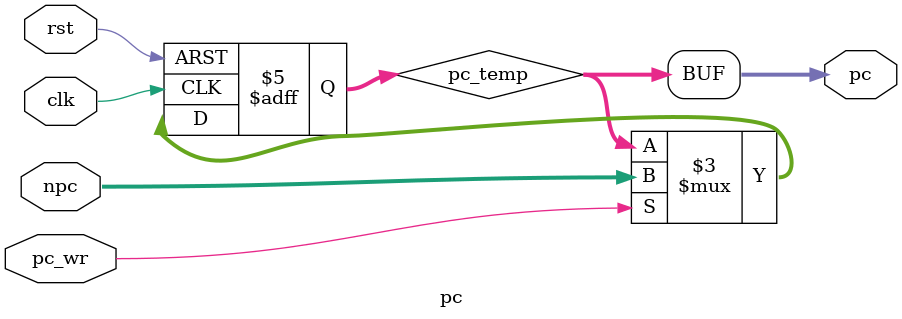
<source format=v>
module pc(clk, rst, npc, pc_wr, pc);
  input clk, rst, pc_wr;      
  input [31:0] npc;
  output [31:0] pc;
  
  reg [31:0] pc_temp;     // pc_temp is a temporary register
  
  assign pc = pc_temp;    // pc is output port
  
  always @(posedge clk or posedge rst)
  begin
    if (rst)
      pc_temp = 32'h 0000_3000;
    else if (pc_wr)
      pc_temp = npc;
    else
      pc_temp = pc_temp;
  end

endmodule
  
</source>
